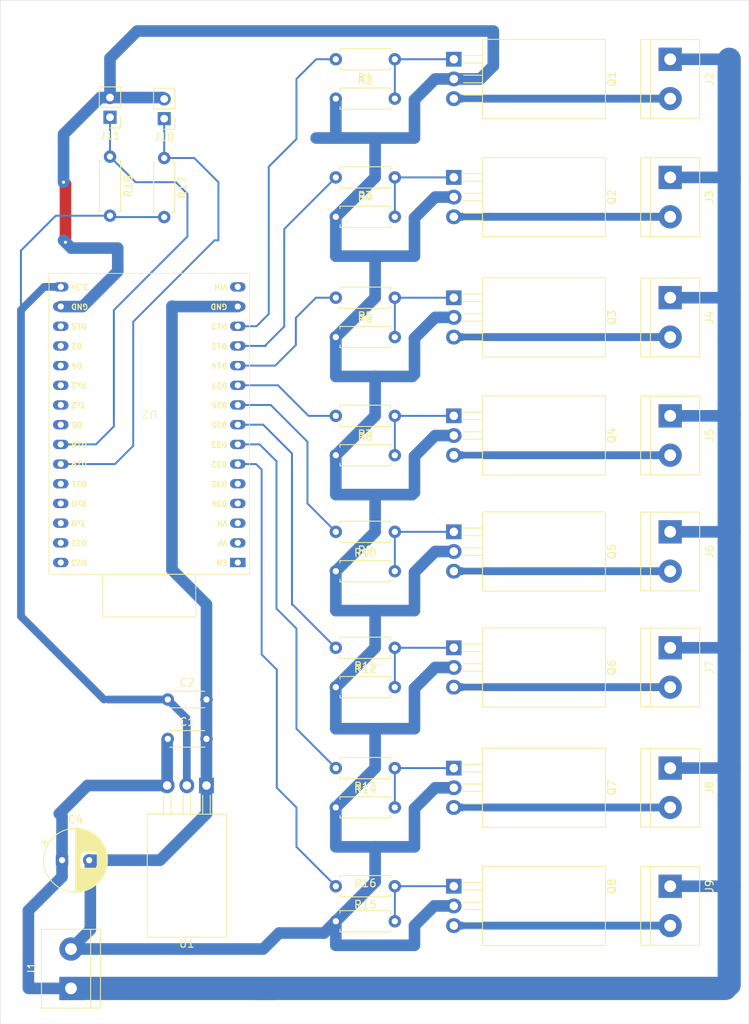
<source format=kicad_pcb>
(kicad_pcb (version 20241229) (generator "pcbnew") (generator_version "9.0")
  (layers (0 "F.Cu" signal) (2 "B.Cu" signal) (13 "F.Paste" user) (15 "B.Paste" user) (5 "F.SilkS" user "F.Silkscreen") (7 "B.SilkS" user "B.Silkscreen") (1 "F.Mask" user) (3 "B.Mask" user) (25 "Edge.Cuts" user))
  (net 0 "")
  (net 1 "GND")
  (net 2 "VIN")
  (net 3 "+3.3V")
  (net 4 "Net-(J2-Pin_2)")
  (net 5 "Net-(J3-Pin_2)")
  (net 6 "Net-(J4-Pin_2)")
  (net 7 "Net-(J5-Pin_2)")
  (net 8 "Net-(J6-Pin_2)")
  (net 9 "Net-(J7-Pin_2)")
  (net 10 "Net-(J8-Pin_2)")
  (net 11 "Net-(J9-Pin_2)")
  (net 12 "Net-(Q1-G)")
  (net 13 "Net-(Q2-G)")
  (net 14 "Net-(Q3-G)")
  (net 15 "Net-(Q4-G)")
  (net 16 "Net-(Q5-G)")
  (net 17 "Net-(Q6-G)")
  (net 18 "Net-(Q7-G)")
  (net 19 "Net-(Q8-G)")
  (net 20 "CH1")
  (net 21 "CH2")
  (net 22 "CH3")
  (net 23 "CH4")
  (net 24 "CH5")
  (net 25 "CH6")
  (net 26 "CH7")
  (net 27 "CH8")
  (net 45 "Net-(J10-Pin_1)")
  (net 46 "Net-(J11-Pin_1)")
  (footprint "Resistor_THT:R_Axial_DIN0207_L6.3mm_D2.5mm_P7.62mm_Horizontal" (layer "F.Cu") (at 44.5 53.2 -90)
    (property "Reference" "R18" (at 3.81 -2.37 90) (layer "F.SilkS"))
    (property "Value" "10K")
    (pad "1" thru_hole circle (at 0 0 270) (size 1.6 1.6) (drill 0.8) (layers "*.Cu" "*.Mask") (net 46 "Net-(J11-Pin_1)"))
    (pad "2" thru_hole circle (at 7.62 0 270) (size 1.6 1.6) (drill 0.8) (layers "*.Cu" "*.Mask") (net 3 "+3.3V"))
  )
  (footprint "Capacitor_THT:CP_Radial_D8.0mm_P3.50mm" (layer "F.Cu") (at 38.307349 143.96)
    (property "Reference" "C4" (at 1.75 -5.25 0) (layer "F.SilkS"))
    (property "Value" "100uF")
    (pad "1" thru_hole roundrect (at 0 0) (size 1.6 1.6) (drill 0.8) (layers "*.Cu" "*.Mask") (roundrect_rratio 0.15625) (net 2 "VIN"))
    (pad "2" thru_hole circle (at 3.5 0) (size 1.6 1.6) (drill 0.8) (layers "*.Cu" "*.Mask") (net 1 "GND"))
  )
  (footprint "Capacitor_THT:C_Disc_D4.3mm_W1.9mm_P5.00mm" (layer "F.Cu") (at 51.96 128.312651)
    (property "Reference" "C1" (at 2.5 -2.2 0) (layer "F.SilkS"))
    (property "Value" "10uF")
    (pad "1" thru_hole circle (at 0 0) (size 1.6 1.6) (drill 0.8) (layers "*.Cu" "*.Mask") (net 2 "VIN"))
    (pad "2" thru_hole circle (at 5 0) (size 1.6 1.6) (drill 0.8) (layers "*.Cu" "*.Mask") (net 1 "GND"))
  )
  (footprint "SF_Library:ESP32-DevKitC-1" (layer "F.Cu") (at 49.64 85.96 180)
    (property "Reference" "U2" (at 0 -0.5 180) (layer "F.SilkS") (effects (font (thickness 0.1))))
    (property "Value" "ESP32-DevkitC-1")
    (fp_text user "3.3v" (at 10.23 15.96 180) (layer "F.SilkS") (effects (font (size 0.7 0.7)) (justify right)))
    (fp_text user "VIN" (at -10.09 15.96 180) (layer "F.SilkS") (effects (font (size 0.7 0.7)) (justify left)))
    (fp_text user "D34" (at -10.09 -11.98 180) (layer "F.SilkS") (effects (font (size 0.7 0.7)) (justify left)))
    (fp_text user "D25" (at -10.09 -1.82 180) (layer "F.SilkS") (effects (font (size 0.7 0.7)) (justify left)))
    (fp_text user "D14" (at -10.09 5.8 180) (layer "F.SilkS") (effects (font (size 0.7 0.7)) (justify left)))
    (fp_text user "EN" (at -10.09 -19.6 180) (layer "F.SilkS") (effects (font (size 0.7 0.7)) (justify left)))
    (fp_text user "D26" (at -10.09 0.72 180) (layer "F.SilkS") (effects (font (size 0.7 0.7)) (justify left)))
    (fp_text user "D12" (at -10.09 8.34 180) (layer "F.SilkS") (effects (font (size 0.7 0.7)) (justify left)))
    (fp_text user "Rx0" (at 10.23 -11.98 180) (layer "F.SilkS") (effects (font (size 0.7 0.7)) (justify right)))
    (fp_text user "D21" (at 10.23 -9.44 180) (layer "F.SilkS") (effects (font (size 0.7 0.7)) (justify right)))
    (fp_text user "D32" (at -10.09 -6.9 180) (layer "F.SilkS") (effects (font (size 0.7 0.7)) (justify left)))
    (fp_text user "D5" (at 10.23 -1.82 180) (layer "F.SilkS") (effects (font (size 0.7 0.7)) (justify right)))
    (fp_text user "D35" (at -10.09 -9.44 180) (layer "F.SilkS") (effects (font (size 0.7 0.7)) (justify left)))
    (fp_text user "GND" (at 10.23 13.42 180) (layer "F.SilkS") (effects (font (size 0.7 0.7)) (justify right)))
    (fp_text user "Tx2" (at 10.23 0.72 180) (layer "F.SilkS") (effects (font (size 0.7 0.7)) (justify right)))
    (fp_text user "D27" (at -10.09 3.26 180) (layer "F.SilkS") (effects (font (size 0.7 0.7)) (justify left)))
    (fp_text user "D23" (at 10.23 -19.6 180) (layer "F.SilkS") (effects (font (size 0.7 0.7)) (justify right)))
    (fp_text user "D2" (at 10.23 8.34 180) (layer "F.SilkS") (effects (font (size 0.7 0.7)) (justify right)))
    (fp_text user "D4" (at 10.23 5.8 180) (layer "F.SilkS") (effects (font (size 0.7 0.7)) (justify right)))
    (fp_text user "VN" (at -10.09 -14.52 180) (layer "F.SilkS") (effects (font (size 0.7 0.7)) (justify left)))
    (fp_text user "GND" (at -10.09 13.42 180) (layer "F.SilkS") (effects (font (size 0.7 0.7)) (justify left)))
    (fp_text user "Rx2" (at 10.23 3.26 180) (layer "F.SilkS") (effects (font (size 0.7 0.7)) (justify right)))
    (fp_text user "D15" (at 10.23 10.88 180) (layer "F.SilkS") (effects (font (size 0.7 0.7)) (justify right)))
    (fp_text user "D33" (at -10.09 -4.36 180) (layer "F.SilkS") (effects (font (size 0.7 0.7)) (justify left)))
    (fp_text user "Tx0" (at 10.23 -14.52 180) (layer "F.SilkS") (effects (font (size 0.7 0.7)) (justify right)))
    (fp_text user "D13" (at -10.09 10.88 180) (layer "F.SilkS") (effects (font (size 0.7 0.7)) (justify left)))
    (fp_text user "D18" (at 10.23 -4.36 180) (layer "F.SilkS") (effects (font (size 0.7 0.7)) (justify right)))
    (fp_text user "D19" (at 10.23 -6.9 180) (layer "F.SilkS") (effects (font (size 0.7 0.7)) (justify right)))
    (fp_text user "D22" (at 10.23 -17.06 180) (layer "F.SilkS") (effects (font (size 0.7 0.7)) (justify right)))
    (fp_text user "VP" (at -10.09 -17.06 180) (layer "F.SilkS") (effects (font (size 0.7 0.7)) (justify left)))
    (pad "1" thru_hole rect (at -11.36 -19.6 90) (size 1.2 2) (drill 0.8) (layers "*.Cu" "*.Mask"))
    (pad "2" thru_hole oval (at -11.36 -17.06 90) (size 1.2 2) (drill 0.8) (layers "*.Cu" "*.Mask"))
    (pad "3" thru_hole oval (at -11.36 -14.52 90) (size 1.2 2) (drill 0.8) (layers "*.Cu" "*.Mask"))
    (pad "4" thru_hole oval (at -11.36 -11.98 90) (size 1.2 2) (drill 0.8) (layers "*.Cu" "*.Mask"))
    (pad "5" thru_hole oval (at -11.36 -9.44 90) (size 1.2 2) (drill 0.8) (layers "*.Cu" "*.Mask"))
    (pad "6" thru_hole oval (at -11.36 -6.9 90) (size 1.2 2) (drill 0.8) (layers "*.Cu" "*.Mask") (net 27 "CH8"))
    (pad "7" thru_hole oval (at -11.36 -4.36 90) (size 1.2 2) (drill 0.8) (layers "*.Cu" "*.Mask") (net 26 "CH7"))
    (pad "8" thru_hole oval (at -11.36 -1.82 90) (size 1.2 2) (drill 0.8) (layers "*.Cu" "*.Mask") (net 25 "CH6"))
    (pad "9" thru_hole oval (at -11.36 0.72 90) (size 1.2 2) (drill 0.8) (layers "*.Cu" "*.Mask") (net 24 "CH5"))
    (pad "10" thru_hole oval (at -11.36 3.26 90) (size 1.2 2) (drill 0.8) (layers "*.Cu" "*.Mask") (net 23 "CH4"))
    (pad "11" thru_hole oval (at -11.36 5.8 90) (size 1.2 2) (drill 0.8) (layers "*.Cu" "*.Mask") (net 22 "CH3"))
    (pad "12" thru_hole oval (at -11.36 8.34 90) (size 1.2 2) (drill 0.8) (layers "*.Cu" "*.Mask") (net 21 "CH2"))
    (pad "13" thru_hole oval (at -11.36 10.88 90) (size 1.2 2) (drill 0.8) (layers "*.Cu" "*.Mask") (net 20 "CH1"))
    (pad "14" thru_hole oval (at -11.36 13.42 90) (size 1.2 2) (drill 0.8) (layers "*.Cu" "*.Mask") (net 1 "GND"))
    (pad "15" thru_hole oval (at -11.36 15.96 90) (size 1.2 2) (drill 0.8) (layers "*.Cu" "*.Mask"))
    (pad "16" thru_hole oval (at 11.49632 15.95728 90) (size 1.2 2) (drill 0.8) (layers "*.Cu" "*.Mask") (net 3 "+3.3V"))
    (pad "17" thru_hole oval (at 11.49632 13.41728 90) (size 1.2 2) (drill 0.8) (layers "*.Cu" "*.Mask") (net 1 "GND"))
    (pad "18" thru_hole oval (at 11.5 10.88 90) (size 1.2 2) (drill 0.8) (layers "*.Cu" "*.Mask"))
    (pad "19" thru_hole oval (at 11.5 8.34 90) (size 1.2 2) (drill 0.8) (layers "*.Cu" "*.Mask"))
    (pad "20" thru_hole oval (at 11.5 5.8 90) (size 1.2 2) (drill 0.8) (layers "*.Cu" "*.Mask"))
    (pad "21" thru_hole oval (at 11.5 3.26 90) (size 1.2 2) (drill 0.8) (layers "*.Cu" "*.Mask"))
    (pad "22" thru_hole oval (at 11.5 0.72 90) (size 1.2 2) (drill 0.8) (layers "*.Cu" "*.Mask"))
    (pad "23" thru_hole oval (at 11.5 -1.82 90) (size 1.2 2) (drill 0.8) (layers "*.Cu" "*.Mask"))
    (pad "24" thru_hole oval (at 11.5 -4.36 90) (size 1.2 2) (drill 0.8) (layers "*.Cu" "*.Mask") (net 46 "Net-(J11-Pin_1)"))
    (pad "25" thru_hole oval (at 11.5 -6.9 90) (size 1.2 2) (drill 0.8) (layers "*.Cu" "*.Mask") (net 45 "Net-(J10-Pin_1)"))
    (pad "26" thru_hole oval (at 11.5 -9.44 90) (size 1.2 2) (drill 0.8) (layers "*.Cu" "*.Mask"))
    (pad "27" thru_hole oval (at 11.5 -11.98 90) (size 1.2 2) (drill 0.8) (layers "*.Cu" "*.Mask"))
    (pad "28" thru_hole oval (at 11.5 -14.52 90) (size 1.2 2) (drill 0.8) (layers "*.Cu" "*.Mask"))
    (pad "29" thru_hole oval (at 11.5 -17.06 90) (size 1.2 2) (drill 0.8) (layers "*.Cu" "*.Mask"))
    (pad "30" thru_hole oval (at 11.5 -19.6 90) (size 1.2 2) (drill 0.8) (layers "*.Cu" "*.Mask"))
  )
  (footprint "Package_TO_SOT_THT:TO-220-3_Horizontal_TabDown" (layer "F.Cu") (at 88.9 71.4 -90)
    (property "Reference" "Q3" (at 2.54 -20.41 270) (layer "F.SilkS"))
    (property "Value" "IRLZ44N")
    (pad "" np_thru_hole circle (at 2.54 -16.66 270) (size 3.5 3.5) (drill 3.5) (layers "*.Cu" "*.Mask"))
    (pad "1" thru_hole rect (at 0 0 270) (size 1.905 2) (drill 1.1) (layers "*.Cu" "*.Mask") (net 14 "Net-(Q3-G)"))
    (pad "2" thru_hole oval (at 2.54 0 270) (size 1.905 2) (drill 1.1) (layers "*.Cu" "*.Mask") (net 1 "GND"))
    (pad "3" thru_hole oval (at 5.08 0 270) (size 1.905 2) (drill 1.1) (layers "*.Cu" "*.Mask") (net 6 "Net-(J4-Pin_2)"))
  )
  (footprint "Connector_PinHeader_2.54mm:PinHeader_1x02_P2.54mm_Vertical" (layer "F.Cu") (at 51.5 48.3 180)
    (property "Reference" "J10" (at 0 -2.38 0) (layer "F.SilkS"))
    (property "Value" "BTN1")
    (pad "1" thru_hole rect (at 0 0 180) (size 1.7 1.7) (drill 1) (layers "*.Cu" "*.Mask") (net 45 "Net-(J10-Pin_1)"))
    (pad "2" thru_hole circle (at 0 2.54 180) (size 1.7 1.7) (drill 1) (layers "*.Cu" "*.Mask") (net 1 "GND"))
  )
  (footprint "TerminalBlock:TerminalBlock_bornier-2_P5.08mm" (layer "F.Cu") (at 116.84 147.32 -90)
    (property "Reference" "J9" (at 0 -5.08 90) (layer "F.SilkS"))
    (property "Value" "CH8")
    (pad "1" thru_hole rect (at 0 0 270) (size 3 3) (drill 1.52) (layers "*.Cu" "*.Mask") (net 2 "VIN"))
    (pad "2" thru_hole circle (at 5.08 0 270) (size 3 3) (drill 1.52) (layers "*.Cu" "*.Mask") (net 11 "Net-(J9-Pin_2)"))
  )
  (footprint "Resistor_THT:R_Axial_DIN0207_L6.3mm_D2.5mm_P7.62mm_Horizontal" (layer "F.Cu") (at 81.28 101.6 180)
    (property "Reference" "R9" (at 3.81 -2.37 0) (layer "F.SilkS"))
    (property "Value" "100R")
    (pad "1" thru_hole circle (at 0 0 180) (size 1.6 1.6) (drill 0.8) (layers "*.Cu" "*.Mask") (net 16 "Net-(Q5-G)"))
    (pad "2" thru_hole circle (at 7.62 0 180) (size 1.6 1.6) (drill 0.8) (layers "*.Cu" "*.Mask") (net 24 "CH5"))
  )
  (footprint "Package_TO_SOT_THT:TO-220-3_Horizontal_TabDown" (layer "F.Cu") (at 88.9 132.08 -90)
    (property "Reference" "Q7" (at 2.54 -20.41 270) (layer "F.SilkS"))
    (property "Value" "IRLZ44N")
    (pad "" np_thru_hole circle (at 2.54 -16.66 270) (size 3.5 3.5) (drill 3.5) (layers "*.Cu" "*.Mask"))
    (pad "1" thru_hole rect (at 0 0 270) (size 1.905 2) (drill 1.1) (layers "*.Cu" "*.Mask") (net 18 "Net-(Q7-G)"))
    (pad "2" thru_hole oval (at 2.54 0 270) (size 1.905 2) (drill 1.1) (layers "*.Cu" "*.Mask") (net 1 "GND"))
    (pad "3" thru_hole oval (at 5.08 0 270) (size 1.905 2) (drill 1.1) (layers "*.Cu" "*.Mask") (net 10 "Net-(J8-Pin_2)"))
  )
  (footprint "Resistor_THT:R_Axial_DIN0207_L6.3mm_D2.5mm_P7.62mm_Horizontal" (layer "F.Cu") (at 81.28 86.64 180)
    (property "Reference" "R7" (at 3.81 -2.37 0) (layer "F.SilkS"))
    (property "Value" "100R")
    (pad "1" thru_hole circle (at 0 0 180) (size 1.6 1.6) (drill 0.8) (layers "*.Cu" "*.Mask") (net 15 "Net-(Q4-G)"))
    (pad "2" thru_hole circle (at 7.62 0 180) (size 1.6 1.6) (drill 0.8) (layers "*.Cu" "*.Mask") (net 23 "CH4"))
  )
  (footprint "Resistor_THT:R_Axial_DIN0207_L6.3mm_D2.5mm_P7.62mm_Horizontal" (layer "F.Cu") (at 81.28 40.64 180)
    (property "Reference" "R1" (at 3.81 -2.37 0) (layer "F.SilkS"))
    (property "Value" "100R")
    (pad "1" thru_hole circle (at 0 0 180) (size 1.6 1.6) (drill 0.8) (layers "*.Cu" "*.Mask") (net 12 "Net-(Q1-G)"))
    (pad "2" thru_hole circle (at 7.62 0 180) (size 1.6 1.6) (drill 0.8) (layers "*.Cu" "*.Mask") (net 20 "CH1"))
  )
  (footprint "Resistor_THT:R_Axial_DIN0207_L6.3mm_D2.5mm_P7.62mm_Horizontal" (layer "F.Cu") (at 81.28 55.88 180)
    (property "Reference" "R3" (at 3.81 -2.37 0) (layer "F.SilkS"))
    (property "Value" "100R")
    (pad "1" thru_hole circle (at 0 0 180) (size 1.6 1.6) (drill 0.8) (layers "*.Cu" "*.Mask") (net 13 "Net-(Q2-G)"))
    (pad "2" thru_hole circle (at 7.62 0 180) (size 1.6 1.6) (drill 0.8) (layers "*.Cu" "*.Mask") (net 21 "CH2"))
  )
  (footprint "Resistor_THT:R_Axial_DIN0207_L6.3mm_D2.5mm_P7.62mm_Horizontal" (layer "F.Cu") (at 73.66 151.84)
    (property "Reference" "R16" (at 3.81 -4.91 0) (layer "F.SilkS"))
    (property "Value" "10K")
    (pad "1" thru_hole circle (at 0 0) (size 1.6 1.6) (drill 0.8) (layers "*.Cu" "*.Mask") (net 1 "GND"))
    (pad "2" thru_hole circle (at 7.62 0) (size 1.6 1.6) (drill 0.8) (layers "*.Cu" "*.Mask") (net 19 "Net-(Q8-G)"))
  )
  (footprint "Resistor_THT:R_Axial_DIN0207_L6.3mm_D2.5mm_P7.62mm_Horizontal" (layer "F.Cu") (at 51.5 53.38 -90)
    (property "Reference" "R17" (at 3.81 -2.37 90) (layer "F.SilkS"))
    (property "Value" "10K")
    (pad "1" thru_hole circle (at 0 0 270) (size 1.6 1.6) (drill 0.8) (layers "*.Cu" "*.Mask") (net 45 "Net-(J10-Pin_1)"))
    (pad "2" thru_hole circle (at 7.62 0 270) (size 1.6 1.6) (drill 0.8) (layers "*.Cu" "*.Mask") (net 3 "+3.3V"))
  )
  (footprint "Package_TO_SOT_THT:TO-220-3_Horizontal_TabDown" (layer "F.Cu") (at 88.9 55.88 -90)
    (property "Reference" "Q2" (at 2.54 -20.41 270) (layer "F.SilkS"))
    (property "Value" "IRLZ44N")
    (pad "" np_thru_hole circle (at 2.54 -16.66 270) (size 3.5 3.5) (drill 3.5) (layers "*.Cu" "*.Mask"))
    (pad "1" thru_hole rect (at 0 0 270) (size 1.905 2) (drill 1.1) (layers "*.Cu" "*.Mask") (net 13 "Net-(Q2-G)"))
    (pad "2" thru_hole oval (at 2.54 0 270) (size 1.905 2) (drill 1.1) (layers "*.Cu" "*.Mask") (net 1 "GND"))
    (pad "3" thru_hole oval (at 5.08 0 270) (size 1.905 2) (drill 1.1) (layers "*.Cu" "*.Mask") (net 5 "Net-(J3-Pin_2)"))
  )
  (footprint "Package_TO_SOT_THT:TO-220-3_Horizontal_TabDown" (layer "F.Cu") (at 56.96 134.322651 180)
    (property "Reference" "U1" (at 2.54 -20.41 0) (layer "F.SilkS"))
    (property "Value" "LM1117T-3.3")
    (pad "" np_thru_hole circle (at 2.54 -16.66 180) (size 3.5 3.5) (drill 3.5) (layers "*.Cu" "*.Mask"))
    (pad "1" thru_hole rect (at 0 0 180) (size 1.905 2) (drill 1.1) (layers "*.Cu" "*.Mask") (net 1 "GND"))
    (pad "2" thru_hole oval (at 2.54 0 180) (size 1.905 2) (drill 1.1) (layers "*.Cu" "*.Mask") (net 3 "+3.3V"))
    (pad "3" thru_hole oval (at 5.08 0 180) (size 1.905 2) (drill 1.1) (layers "*.Cu" "*.Mask") (net 2 "VIN"))
  )
  (footprint "TerminalBlock:TerminalBlock_bornier-2_P5.08mm" (layer "F.Cu") (at 116.84 86.64 -90)
    (property "Reference" "J5" (at 2.54 -5.08 90) (layer "F.SilkS"))
    (property "Value" "CH4")
    (pad "1" thru_hole rect (at 0 0 270) (size 3 3) (drill 1.52) (layers "*.Cu" "*.Mask") (net 2 "VIN"))
    (pad "2" thru_hole circle (at 5.08 0 270) (size 3 3) (drill 1.52) (layers "*.Cu" "*.Mask") (net 7 "Net-(J5-Pin_2)"))
  )
  (footprint "Resistor_THT:R_Axial_DIN0207_L6.3mm_D2.5mm_P7.62mm_Horizontal" (layer "F.Cu") (at 73.66 45.72)
    (property "Reference" "R2" (at 3.81 -2.37 0) (layer "F.SilkS"))
    (property "Value" "10K")
    (pad "1" thru_hole circle (at 0 0) (size 1.6 1.6) (drill 0.8) (layers "*.Cu" "*.Mask") (net 1 "GND"))
    (pad "2" thru_hole circle (at 7.62 0) (size 1.6 1.6) (drill 0.8) (layers "*.Cu" "*.Mask") (net 12 "Net-(Q1-G)"))
  )
  (footprint "TerminalBlock:TerminalBlock_bornier-2_P5.08mm" (layer "F.Cu") (at 116.84 101.6 -90)
    (property "Reference" "J6" (at 2.54 -5.08 90) (layer "F.SilkS"))
    (property "Value" "CH5")
    (pad "1" thru_hole rect (at 0 0 270) (size 3 3) (drill 1.52) (layers "*.Cu" "*.Mask") (net 2 "VIN"))
    (pad "2" thru_hole circle (at 5.08 0 270) (size 3 3) (drill 1.52) (layers "*.Cu" "*.Mask") (net 8 "Net-(J6-Pin_2)"))
  )
  (footprint "Resistor_THT:R_Axial_DIN0207_L6.3mm_D2.5mm_P7.62mm_Horizontal" (layer "F.Cu") (at 73.66 60.96)
    (property "Reference" "R4" (at 3.81 -2.54 0) (layer "F.SilkS"))
    (property "Value" "10K")
    (pad "1" thru_hole circle (at 0 0) (size 1.6 1.6) (drill 0.8) (layers "*.Cu" "*.Mask") (net 1 "GND"))
    (pad "2" thru_hole circle (at 7.62 0) (size 1.6 1.6) (drill 0.8) (layers "*.Cu" "*.Mask") (net 13 "Net-(Q2-G)"))
  )
  (footprint "TerminalBlock:TerminalBlock_bornier-2_P5.08mm" (layer "F.Cu") (at 116.84 71.4 -90)
    (property "Reference" "J4" (at 2.54 -5.08 90) (layer "F.SilkS"))
    (property "Value" "CH3")
    (pad "1" thru_hole rect (at 0 0 270) (size 3 3) (drill 1.52) (layers "*.Cu" "*.Mask") (net 2 "VIN"))
    (pad "2" thru_hole circle (at 5.08 0 270) (size 3 3) (drill 1.52) (layers "*.Cu" "*.Mask") (net 6 "Net-(J4-Pin_2)"))
  )
  (footprint "Resistor_THT:R_Axial_DIN0207_L6.3mm_D2.5mm_P7.62mm_Horizontal" (layer "F.Cu") (at 73.66 137.16)
    (property "Reference" "R14" (at 3.81 -2.37 0) (layer "F.SilkS"))
    (property "Value" "10K")
    (pad "1" thru_hole circle (at 0 0) (size 1.6 1.6) (drill 0.8) (layers "*.Cu" "*.Mask") (net 1 "GND"))
    (pad "2" thru_hole circle (at 7.62 0) (size 1.6 1.6) (drill 0.8) (layers "*.Cu" "*.Mask") (net 18 "Net-(Q7-G)"))
  )
  (footprint "Resistor_THT:R_Axial_DIN0207_L6.3mm_D2.5mm_P7.62mm_Horizontal" (layer "F.Cu") (at 81.28 71.4 180)
    (property "Reference" "R5" (at 3.81 -2.37 0) (layer "F.SilkS"))
    (property "Value" "100R")
    (pad "1" thru_hole circle (at 0 0 180) (size 1.6 1.6) (drill 0.8) (layers "*.Cu" "*.Mask") (net 14 "Net-(Q3-G)"))
    (pad "2" thru_hole circle (at 7.62 0 180) (size 1.6 1.6) (drill 0.8) (layers "*.Cu" "*.Mask") (net 22 "CH3"))
  )
  (footprint "Resistor_THT:R_Axial_DIN0207_L6.3mm_D2.5mm_P7.62mm_Horizontal" (layer "F.Cu") (at 73.66 106.68)
    (property "Reference" "R10" (at 3.81 -2.37 0) (layer "F.SilkS"))
    (property "Value" "10K")
    (pad "1" thru_hole circle (at 0 0) (size 1.6 1.6) (drill 0.8) (layers "*.Cu" "*.Mask") (net 1 "GND"))
    (pad "2" thru_hole circle (at 7.62 0) (size 1.6 1.6) (drill 0.8) (layers "*.Cu" "*.Mask") (net 16 "Net-(Q5-G)"))
  )
  (footprint "Resistor_THT:R_Axial_DIN0207_L6.3mm_D2.5mm_P7.62mm_Horizontal" (layer "F.Cu") (at 81.28 147.32 180)
    (property "Reference" "R15" (at 3.81 -2.37 0) (layer "F.SilkS"))
    (property "Value" "100R")
    (pad "1" thru_hole circle (at 0 0 180) (size 1.6 1.6) (drill 0.8) (layers "*.Cu" "*.Mask") (net 19 "Net-(Q8-G)"))
    (pad "2" thru_hole circle (at 7.62 0 180) (size 1.6 1.6) (drill 0.8) (layers "*.Cu" "*.Mask") (net 27 "CH8"))
  )
  (footprint "Package_TO_SOT_THT:TO-220-3_Horizontal_TabDown" (layer "F.Cu") (at 88.9 147.32 -90)
    (property "Reference" "Q8" (at 0 -20.41 270) (layer "F.SilkS"))
    (property "Value" "IRLZ44N")
    (pad "" np_thru_hole circle (at 2.54 -16.66 270) (size 3.5 3.5) (drill 3.5) (layers "*.Cu" "*.Mask"))
    (pad "1" thru_hole rect (at 0 0 270) (size 1.905 2) (drill 1.1) (layers "*.Cu" "*.Mask") (net 19 "Net-(Q8-G)"))
    (pad "2" thru_hole oval (at 2.54 0 270) (size 1.905 2) (drill 1.1) (layers "*.Cu" "*.Mask") (net 1 "GND"))
    (pad "3" thru_hole oval (at 5.08 0 270) (size 1.905 2) (drill 1.1) (layers "*.Cu" "*.Mask") (net 11 "Net-(J9-Pin_2)"))
  )
  (footprint "TerminalBlock:TerminalBlock_bornier-2_P5.08mm" (layer "F.Cu") (at 116.84 132.08 -90)
    (property "Reference" "J8" (at 2.54 -5.08 90) (layer "F.SilkS"))
    (property "Value" "CH7")
    (pad "1" thru_hole rect (at 0 0 270) (size 3 3) (drill 1.52) (layers "*.Cu" "*.Mask") (net 2 "VIN"))
    (pad "2" thru_hole circle (at 5.08 0 270) (size 3 3) (drill 1.52) (layers "*.Cu" "*.Mask") (net 10 "Net-(J8-Pin_2)"))
  )
  (footprint "Package_TO_SOT_THT:TO-220-3_Horizontal_TabDown" (layer "F.Cu") (at 88.9 101.6 -90)
    (property "Reference" "Q5" (at 2.54 -20.41 270) (layer "F.SilkS"))
    (property "Value" "IRLZ44N")
    (pad "" np_thru_hole circle (at 2.54 -16.66 270) (size 3.5 3.5) (drill 3.5) (layers "*.Cu" "*.Mask"))
    (pad "1" thru_hole rect (at 0 0 270) (size 1.905 2) (drill 1.1) (layers "*.Cu" "*.Mask") (net 16 "Net-(Q5-G)"))
    (pad "2" thru_hole oval (at 2.54 0 270) (size 1.905 2) (drill 1.1) (layers "*.Cu" "*.Mask") (net 1 "GND"))
    (pad "3" thru_hole oval (at 5.08 0 270) (size 1.905 2) (drill 1.1) (layers "*.Cu" "*.Mask") (net 8 "Net-(J6-Pin_2)"))
  )
  (footprint "Connector_PinHeader_2.54mm:PinHeader_1x02_P2.54mm_Vertical" (layer "F.Cu") (at 44.5 48.12 180)
    (property "Reference" "J11" (at 0 -2.38 0) (layer "F.SilkS"))
    (property "Value" "BTN2")
    (pad "1" thru_hole rect (at 0 0 180) (size 1.7 1.7) (drill 1) (layers "*.Cu" "*.Mask") (net 46 "Net-(J11-Pin_1)"))
    (pad "2" thru_hole circle (at 0 2.54 180) (size 1.7 1.7) (drill 1) (layers "*.Cu" "*.Mask") (net 1 "GND"))
  )
  (footprint "Package_TO_SOT_THT:TO-220-3_Horizontal_TabDown" (layer "F.Cu") (at 88.9 40.64 -90)
    (property "Reference" "Q1" (at 2.54 -20.41 90) (layer "F.SilkS"))
    (property "Value" "IRLZ44N")
    (pad "" np_thru_hole circle (at 2.54 -16.66 270) (size 3.5 3.5) (drill 3.5) (layers "*.Cu" "*.Mask"))
    (pad "1" thru_hole rect (at 0 0 270) (size 1.905 2) (drill 1.1) (layers "*.Cu" "*.Mask") (net 12 "Net-(Q1-G)"))
    (pad "2" thru_hole oval (at 2.54 0 270) (size 1.905 2) (drill 1.1) (layers "*.Cu" "*.Mask") (net 1 "GND"))
    (pad "3" thru_hole oval (at 5.08 0 270) (size 1.905 2) (drill 1.1) (layers "*.Cu" "*.Mask") (net 4 "Net-(J2-Pin_2)"))
  )
  (footprint "Resistor_THT:R_Axial_DIN0207_L6.3mm_D2.5mm_P7.62mm_Horizontal" (layer "F.Cu") (at 73.66 91.72)
    (property "Reference" "R8" (at 3.81 -2.37 0) (layer "F.SilkS"))
    (property "Value" "10K")
    (pad "1" thru_hole circle (at 0 0) (size 1.6 1.6) (drill 0.8) (layers "*.Cu" "*.Mask") (net 1 "GND"))
    (pad "2" thru_hole circle (at 7.62 0) (size 1.6 1.6) (drill 0.8) (layers "*.Cu" "*.Mask") (net 15 "Net-(Q4-G)"))
  )
  (footprint "TerminalBlock:TerminalBlock_bornier-2_P5.08mm" (layer "F.Cu") (at 116.84 116.56 -90)
    (property "Reference" "J7" (at 2.54 -5.08 90) (layer "F.SilkS"))
    (property "Value" "CH6")
    (pad "1" thru_hole rect (at 0 0 270) (size 3 3) (drill 1.52) (layers "*.Cu" "*.Mask") (net 2 "VIN"))
    (pad "2" thru_hole circle (at 5.08 0 270) (size 3 3) (drill 1.52) (layers "*.Cu" "*.Mask") (net 9 "Net-(J7-Pin_2)"))
  )
  (footprint "TerminalBlock:TerminalBlock_bornier-2_P5.08mm" (layer "F.Cu") (at 39.46 160.5 90)
    (property "Reference" "J1" (at 2.54 -5.08 90) (layer "F.SilkS"))
    (property "Value" "PWR_IN")
    (pad "1" thru_hole rect (at 0 0 90) (size 3 3) (drill 1.52) (layers "*.Cu" "*.Mask") (net 2 "VIN"))
    (pad "2" thru_hole circle (at 5.08 0 90) (size 3 3) (drill 1.52) (layers "*.Cu" "*.Mask") (net 1 "GND"))
  )
  (footprint "Resistor_THT:R_Axial_DIN0207_L6.3mm_D2.5mm_P7.62mm_Horizontal" (layer "F.Cu") (at 73.66 121.64)
    (property "Reference" "R12" (at 3.81 -2.37 0) (layer "F.SilkS"))
    (property "Value" "10K")
    (pad "1" thru_hole circle (at 0 0) (size 1.6 1.6) (drill 0.8) (layers "*.Cu" "*.Mask") (net 1 "GND"))
    (pad "2" thru_hole circle (at 7.62 0) (size 1.6 1.6) (drill 0.8) (layers "*.Cu" "*.Mask") (net 17 "Net-(Q6-G)"))
  )
  (footprint "TerminalBlock:TerminalBlock_bornier-2_P5.08mm" (layer "F.Cu") (at 116.84 55.88 -90)
    (property "Reference" "J3" (at 2.54 -5.08 90) (layer "F.SilkS"))
    (property "Value" "CH2")
    (pad "1" thru_hole rect (at 0 0 270) (size 3 3) (drill 1.52) (layers "*.Cu" "*.Mask") (net 2 "VIN"))
    (pad "2" thru_hole circle (at 5.08 0 270) (size 3 3) (drill 1.52) (layers "*.Cu" "*.Mask") (net 5 "Net-(J3-Pin_2)"))
  )
  (footprint "Resistor_THT:R_Axial_DIN0207_L6.3mm_D2.5mm_P7.62mm_Horizontal" (layer "F.Cu") (at 81.28 132.08 180)
    (property "Reference" "R13" (at 3.81 -2.37 180) (layer "F.SilkS"))
    (property "Value" "100R")
    (pad "1" thru_hole circle (at 0 0 180) (size 1.6 1.6) (drill 0.8) (layers "*.Cu" "*.Mask") (net 18 "Net-(Q7-G)"))
    (pad "2" thru_hole circle (at 7.62 0 180) (size 1.6 1.6) (drill 0.8) (layers "*.Cu" "*.Mask") (net 26 "CH7"))
  )
  (footprint "Resistor_THT:R_Axial_DIN0207_L6.3mm_D2.5mm_P7.62mm_Horizontal" (layer "F.Cu") (at 81.28 116.56 180)
    (property "Reference" "R11" (at 3.81 -2.37 180) (layer "F.SilkS"))
    (property "Value" "100R")
    (pad "1" thru_hole circle (at 0 0 180) (size 1.6 1.6) (drill 0.8) (layers "*.Cu" "*.Mask") (net 17 "Net-(Q6-G)"))
    (pad "2" thru_hole circle (at 7.62 0 180) (size 1.6 1.6) (drill 0.8) (layers "*.Cu" "*.Mask") (net 25 "CH6"))
  )
  (footprint "Package_TO_SOT_THT:TO-220-3_Horizontal_TabDown" (layer "F.Cu") (at 88.9 86.64 -90)
    (property "Reference" "Q4" (at 2.54 -20.41 270) (layer "F.SilkS"))
    (property "Value" "IRLZ44N")
    (pad "" np_thru_hole circle (at 2.54 -16.66 270) (size 3.5 3.5) (drill 3.5) (layers "*.Cu" "*.Mask"))
    (pad "1" thru_hole rect (at 0 0 270) (size 1.905 2) (drill 1.1) (layers "*.Cu" "*.Mask") (net 15 "Net-(Q4-G)"))
    (pad "2" thru_hole oval (at 2.54 0 270) (size 1.905 2) (drill 1.1) (layers "*.Cu" "*.Mask") (net 1 "GND"))
    (pad "3" thru_hole oval (at 5.08 0 270) (size 1.905 2) (drill 1.1) (layers "*.Cu" "*.Mask") (net 7 "Net-(J5-Pin_2)"))
  )
  (footprint "TerminalBlock:TerminalBlock_bornier-2_P5.08mm" (layer "F.Cu") (at 116.84 40.64 -90)
    (property "Reference" "J2" (at 2.54 -5.08 90) (layer "F.SilkS"))
    (property "Value" "CH1")
    (pad "1" thru_hole rect (at 0 0 270) (size 3 3) (drill 1.52) (layers "*.Cu" "*.Mask") (net 2 "VIN"))
    (pad "2" thru_hole circle (at 5.08 0 270) (size 3 3) (drill 1.52) (layers "*.Cu" "*.Mask") (net 4 "Net-(J2-Pin_2)"))
  )
  (footprint "Package_TO_SOT_THT:TO-220-3_Horizontal_TabDown" (layer "F.Cu") (at 88.9 116.56 -90)
    (property "Reference" "Q6" (at 2.54 -20.41 270) (layer "F.SilkS"))
    (property "Value" "IRLZ44N")
    (pad "" np_thru_hole circle (at 2.54 -16.66 270) (size 3.5 3.5) (drill 3.5) (layers "*.Cu" "*.Mask"))
    (pad "1" thru_hole rect (at 0 0 270) (size 1.905 2) (drill 1.1) (layers "*.Cu" "*.Mask") (net 17 "Net-(Q6-G)"))
    (pad "2" thru_hole oval (at 2.54 0 270) (size 1.905 2) (drill 1.1) (layers "*.Cu" "*.Mask") (net 1 "GND"))
    (pad "3" thru_hole oval (at 5.08 0 270) (size 1.905 2) (drill 1.1) (layers "*.Cu" "*.Mask") (net 9 "Net-(J7-Pin_2)"))
  )
  (footprint "Resistor_THT:R_Axial_DIN0207_L6.3mm_D2.5mm_P7.62mm_Horizontal" (layer "F.Cu") (at 73.66 76.48)
    (property "Reference" "R6" (at 3.81 -2.37 0) (layer "F.SilkS"))
    (property "Value" "10K")
    (pad "1" thru_hole circle (at 0 0) (size 1.6 1.6) (drill 0.8) (layers "*.Cu" "*.Mask") (net 1 "GND"))
    (pad "2" thru_hole circle (at 7.62 0) (size 1.6 1.6) (drill 0.8) (layers "*.Cu" "*.Mask") (net 14 "Net-(Q3-G)"))
  )
  (footprint "Capacitor_THT:C_Disc_D4.3mm_W1.9mm_P5.00mm" (layer "F.Cu") (at 51.96 123.232651)
    (property "Reference" "C2" (at 2.5 -2.2 0) (layer "F.SilkS"))
    (property "Value" "100nF")
    (pad "1" thru_hole circle (at 0 0) (size 1.6 1.6) (drill 0.8) (layers "*.Cu" "*.Mask") (net 3 "+3.3V"))
    (pad "2" thru_hole circle (at 5 0) (size 1.6 1.6) (drill 0.8) (layers "*.Cu" "*.Mask") (net 1 "GND"))
  )
  (gr_rect (start 30.32 33.02) (end 127 165.1) (stroke (width 0.05)) (fill no) (layer "Edge.Cuts"))
  (segment (start 38.75 64.25) (end 38.75 56.75) (width 1.5) (layer "F.Cu") (net 1))
  (segment (start 38.75 56.75) (end 38.5 56.5) (width 1.5) (layer "F.Cu") (net 1))
  (via (at 38.75 64.25) (size 0.8) (drill 0.4) (layers "F.Cu" "B.Cu") (net 1))
  (via (at 38.5 56.5) (size 0.8) (drill 0.4) (layers "F.Cu" "B.Cu") (net 1))
  (segment (start 86.495 73.94) (end 88.9 73.94) (width 1.5) (layer "B.Cu") (net 1))
  (segment (start 94 37) (end 48 37) (width 1.5) (layer "B.Cu") (net 1))
  (segment (start 52.54 72.54) (end 61 72.54) (width 1.5) (layer "B.Cu") (net 1))
  (segment (start 83.82 111.76) (end 83.82 106.815) (width 1.5) (layer "B.Cu") (net 1))
  (segment (start 56.96 110.96) (end 52.5 106.5) (width 1.5) (layer "B.Cu") (net 1))
  (segment (start 66.34 153.36) (end 72.14 153.36) (width 1.5) (layer "B.Cu") (net 1))
  (segment (start 86.36 149.86) (end 88.9 149.86) (width 1.5) (layer "B.Cu") (net 1))
  (segment (start 39.46 155.42) (end 41.96 152.92) (width 1.5) (layer "B.Cu") (net 1))
  (segment (start 78.74 81.56) (end 83.54 81.56) (width 1.5) (layer "B.Cu") (net 1))
  (segment (start 86.495 104.14) (end 88.9 104.14) (width 1.5) (layer "B.Cu") (net 1))
  (segment (start 73.66 45.72) (end 73.66 50.8) (width 1.5) (layer "B.Cu") (net 1))
  (segment (start 73.66 121.64) (end 73.66 127) (width 1.5) (layer "B.Cu") (net 1))
  (segment (start 40.95728 72.54272) (end 45 68.5) (width 1.5) (layer "B.Cu") (net 1))
  (segment (start 44.5 45.58) (end 44.5 40.5) (width 1.5) (layer "B.Cu") (net 1))
  (segment (start 38.5 50.318) (end 38.5 51) (width 1.5) (layer "B.Cu") (net 1))
  (segment (start 78.74 96.8) (end 78.74 101.6) (width 1.5) (layer "B.Cu") (net 1))
  (segment (start 83.82 91.855) (end 86.495 89.18) (width 1.5) (layer "B.Cu") (net 1))
  (segment (start 38.75 64.25) (end 38.5 64) (width 1.5) (layer "B.Cu") (net 1))
  (segment (start 73.66 91.72) (end 78.74 86.64) (width 1.5) (layer "B.Cu") (net 1))
  (segment (start 43.238 45.58) (end 38.5 50.318) (width 1.5) (layer "B.Cu") (net 1))
  (segment (start 78.74 142.24) (end 78.74 146.76) (width 1.5) (layer "B.Cu") (net 1))
  (segment (start 73.66 154.94) (end 83.82 154.94) (width 1.5) (layer "B.Cu") (net 1))
  (segment (start 78.74 96.8) (end 83.54 96.8) (width 1.5) (layer "B.Cu") (net 1))
  (segment (start 78.74 111.76) (end 78.74 116.56) (width 1.5) (layer "B.Cu") (net 1))
  (segment (start 73.66 142.24) (end 78.74 142.24) (width 1.5) (layer "B.Cu") (net 1))
  (segment (start 86.495 58.42) (end 88.9 58.42) (width 1.5) (layer "B.Cu") (net 1))
  (segment (start 83.82 81.28) (end 83.82 76.615) (width 1.5) (layer "B.Cu") (net 1))
  (segment (start 94 41.5) (end 94 37) (width 1.5) (layer "B.Cu") (net 1))
  (segment (start 83.82 142.24) (end 83.82 137.295) (width 1.5) (layer "B.Cu") (net 1))
  (segment (start 78.74 116.56) (end 73.66 121.64) (width 1.5) (layer "B.Cu") (net 1))
  (segment (start 78.74 132.08) (end 73.66 137.16) (width 1.5) (layer "B.Cu") (net 1))
  (segment (start 56.96 134.322651) (end 56.96 123.232651) (width 1.5) (layer "B.Cu") (net 1))
  (segment (start 83.82 154.94) (end 83.82 152.4) (width 1.5) (layer "B.Cu") (net 1))
  (segment (start 78.74 101.6) (end 73.66 106.68) (width 1.5) (layer "B.Cu") (net 1))
  (segment (start 78.74 66.04) (end 78.74 71.4) (width 1.5) (layer "B.Cu") (net 1))
  (segment (start 83.82 106.815) (end 86.495 104.14) (width 1.5) (layer "B.Cu") (net 1))
  (segment (start 78.74 127) (end 83.82 127) (width 1.5) (layer "B.Cu") (net 1))
  (segment (start 78.74 55.88) (end 73.66 60.96) (width 1.5) (layer "B.Cu") (net 1))
  (segment (start 83.82 137.295) (end 86.495 134.62) (width 1.5) (layer "B.Cu") (net 1))
  (segment (start 78.74 111.76) (end 83.82 111.76) (width 1.5) (layer "B.Cu") (net 1))
  (segment (start 86.495 43.18) (end 88.9 43.18) (width 1.5) (layer "B.Cu") (net 1))
  (segment (start 83.82 127) (end 83.82 121.775) (width 1.5) (layer "B.Cu") (net 1))
  (segment (start 92.32 43.18) (end 94 41.5) (width 1.5) (layer "B.Cu") (net 1))
  (segment (start 48 37) (end 44.5 40.5) (width 1.5) (layer "B.Cu") (net 1))
  (segment (start 78.74 71.4) (end 73.66 76.48) (width 1.5) (layer "B.Cu") (net 1))
  (segment (start 83.82 50.8) (end 83.82 45.855) (width 1.5) (layer "B.Cu") (net 1))
  (segment (start 41.807349 143.96) (end 50.96 143.96) (width 1.5) (layer "B.Cu") (net 1))
  (segment (start 83.82 152.4) (end 86.36 149.86) (width 1.5) (layer "B.Cu") (net 1))
  (segment (start 83.82 61.095) (end 86.495 58.42) (width 1.5) (layer "B.Cu") (net 1))
  (segment (start 45.5 68) (end 45.5 65) (width 1.5) (layer "B.Cu") (net 1))
  (segment (start 44.5 45.58) (end 51.32 45.58) (width 1.5) (layer "B.Cu") (net 1))
  (segment (start 78.74 142.24) (end 83.82 142.24) (width 1.5) (layer "B.Cu") (net 1))
  (segment (start 72.14 153.36) (end 73.66 151.84) (width 1.5) (layer "B.Cu") (net 1))
  (segment (start 78.74 127) (end 78.74 132.08) (width 1.5) (layer "B.Cu") (net 1))
  (segment (start 73.66 151.84) (end 73.66 154.94) (width 1.5) (layer "B.Cu") (net 1))
  (segment (start 83.82 121.775) (end 86.495 119.1) (width 1.5) (layer "B.Cu") (net 1))
  (segment (start 39.5 65) (end 38.75 64.25) (width 1.5) (layer "B.Cu") (net 1))
  (segment (start 56.96 137.96) (end 56.96 134.322651) (width 1.5) (layer "B.Cu") (net 1))
  (segment (start 73.66 91.72) (end 73.66 96.8) (width 1.5) (layer "B.Cu") (net 1))
  (segment (start 78.74 66.04) (end 83.82 66.04) (width 1.5) (layer "B.Cu") (net 1))
  (segment (start 41.96 152.92) (end 41.96 144.112651) (width 1.5) (layer "B.Cu") (net 1))
  (segment (start 83.54 96.8) (end 83.82 96.52) (width 1.5) (layer "B.Cu") (net 1))
  (segment (start 50.96 143.96) (end 56.96 137.96) (width 1.5) (layer "B.Cu") (net 1))
  (segment (start 41.96 144.112651) (end 41.807349 143.96) (width 1.5) (layer "B.Cu") (net 1))
  (segment (start 38.14368 72.54272) (end 40.95728 72.54272) (width 1.5) (layer "B.Cu") (net 1))
  (segment (start 73.66 66.04) (end 78.74 66.04) (width 1.5) (layer "B.Cu") (net 1))
  (segment (start 86.495 89.18) (end 88.9 89.18) (width 1.5) (layer "B.Cu") (net 1))
  (segment (start 57.171 134.533651) (end 56.96 134.322651) (width 1.5) (layer "B.Cu") (net 1))
  (segment (start 78.74 50.8) (end 83.82 50.8) (width 1.5) (layer "B.Cu") (net 1))
  (segment (start 73.66 106.68) (end 73.66 111.76) (width 1.5) (layer "B.Cu") (net 1))
  (segment (start 73.66 111.76) (end 78.74 111.76) (width 1.5) (layer "B.Cu") (net 1))
  (segment (start 56.96 123.232651) (end 56.96 110.96) (width 1.5) (layer "B.Cu") (net 1))
  (segment (start 38.5 51) (end 38.5 56.5) (width 1.5) (layer "B.Cu") (net 1))
  (segment (start 86.495 119.1) (end 88.9 119.1) (width 1.5) (layer "B.Cu") (net 1))
  (segment (start 78.74 86.64) (end 78.74 81.56) (width 1.5) (layer "B.Cu") (net 1))
  (segment (start 73.66 127) (end 78.74 127) (width 1.5) (layer "B.Cu") (net 1))
  (segment (start 83.82 45.855) (end 86.495 43.18) (width 1.5) (layer "B.Cu") (net 1))
  (segment (start 83.54 81.56) (end 83.82 81.28) (width 1.5) (layer "B.Cu") (net 1))
  (segment (start 73.66 60.96) (end 73.66 66.04) (width 1.5) (layer "B.Cu") (net 1))
  (segment (start 86.495 134.62) (end 88.9 134.62) (width 1.5) (layer "B.Cu") (net 1))
  (segment (start 45 68.5) (end 45.5 68) (width 1.5) (layer "B.Cu") (net 1))
  (segment (start 78.74 146.76) (end 73.66 151.84) (width 1.5) (layer "B.Cu") (net 1))
  (segment (start 64.28 155.42) (end 66.34 153.36) (width 1.5) (layer "B.Cu") (net 1))
  (segment (start 83.82 96.52) (end 83.82 91.855) (width 1.5) (layer "B.Cu") (net 1))
  (segment (start 52.5 72.5) (end 52.54 72.54) (width 1.5) (layer "B.Cu") (net 1))
  (segment (start 83.82 66.04) (end 83.82 61.095) (width 1.5) (layer "B.Cu") (net 1))
  (segment (start 39.46 155.42) (end 64.28 155.42) (width 1.5) (layer "B.Cu") (net 1))
  (segment (start 73.66 76.48) (end 73.66 81.56) (width 1.5) (layer "B.Cu") (net 1))
  (segment (start 73.66 81.56) (end 78.74 81.56) (width 1.5) (layer "B.Cu") (net 1))
  (segment (start 73.66 50.8) (end 78.74 50.8) (width 1.5) (layer "B.Cu") (net 1))
  (segment (start 44.5 45.58) (end 43.238 45.58) (width 1.5) (layer "B.Cu") (net 1))
  (segment (start 88.9 43.18) (end 92.32 43.18) (width 1.5) (layer "B.Cu") (net 1))
  (segment (start 71.12 50.8) (end 73.66 50.8) (width 1.5) (layer "B.Cu") (net 1))
  (segment (start 83.82 76.615) (end 86.495 73.94) (width 1.5) (layer "B.Cu") (net 1))
  (segment (start 73.66 96.8) (end 78.74 96.8) (width 1.5) (layer "B.Cu") (net 1))
  (segment (start 51.32 45.58) (end 51.5 45.76) (width 1.5) (layer "B.Cu") (net 1))
  (segment (start 45.5 65) (end 39.5 65) (width 1.5) (layer "B.Cu") (net 1))
  (segment (start 78.74 55.88) (end 78.74 50.8) (width 1.5) (layer "B.Cu") (net 1))
  (segment (start 52.5 106.5) (end 52.5 72.5) (width 1.5) (layer "B.Cu") (net 1))
  (segment (start 73.66 137.16) (end 73.66 142.24) (width 1.5) (layer "B.Cu") (net 1))
  (segment (start 33.96 160.46) (end 34 160.5) (width 1.5) (layer "B.Cu") (net 2))
  (segment (start 124.18 116.56) (end 124.46 116.84) (width 1.5) (layer "B.Cu") (net 2))
  (segment (start 116.84 101.6) (end 124.46 101.6) (width 1.5) (layer "B.Cu") (net 2))
  (segment (start 38.307349 146.112651) (end 33.96 150.46) (width 1.5) (layer "B.Cu") (net 2))
  (segment (start 51.88 134.322651) (end 41.597349 134.322651) (width 1.5) (layer "B.Cu") (net 2))
  (segment (start 37.96 137.96) (end 38.307349 138.307349) (width 1.5) (layer "B.Cu") (net 2))
  (segment (start 124.46 132.08) (end 124.46 116.84) (width 3) (layer "B.Cu") (net 2))
  (segment (start 116.84 55.88) (end 124.46 55.88) (width 1.5) (layer "B.Cu") (net 2))
  (segment (start 124.46 116.84) (end 124.46 101.6) (width 3) (layer "B.Cu") (net 2))
  (segment (start 51.88 134.322651) (end 51.88 128.392651) (width 1.5) (layer "B.Cu") (net 2))
  (segment (start 124.46 160.02) (end 124.46 147.32) (width 3) (layer "B.Cu") (net 2))
  (segment (start 41.597349 134.322651) (end 37.96 137.96) (width 1.5) (layer "B.Cu") (net 2))
  (segment (start 33.96 150.46) (end 33.96 160.46) (width 1.5) (layer "B.Cu") (net 2))
  (segment (start 116.84 147.32) (end 124.46 147.32) (width 1.5) (layer "B.Cu") (net 2))
  (segment (start 124.46 71.12) (end 124.46 55.88) (width 3) (layer "B.Cu") (net 2))
  (segment (start 124.46 101.6) (end 124.46 86.36) (width 3) (layer "B.Cu") (net 2))
  (segment (start 124.46 55.88) (end 124.46 40.64) (width 3) (layer "B.Cu") (net 2))
  (segment (start 66.34 160.98) (end 65.86 160.5) (width 1.5) (layer "B.Cu") (net 2))
  (segment (start 51.88 128.392651) (end 51.96 128.312651) (width 1.5) (layer "B.Cu") (net 2))
  (segment (start 116.84 71.4) (end 124.18 71.4) (width 1.5) (layer "B.Cu") (net 2))
  (segment (start 123.98 160.5) (end 124.46 160.02) (width 1.5) (layer "B.Cu") (net 2))
  (segment (start 116.84 86.64) (end 124.18 86.64) (width 1.5) (layer "B.Cu") (net 2))
  (segment (start 63.5 160.5) (end 39.46 160.5) (width 3) (layer "B.Cu") (net 2))
  (segment (start 38.307349 143.96) (end 38.307349 146.112651) (width 1.5) (layer "B.Cu") (net 2))
  (segment (start 124.46 86.36) (end 124.46 71.12) (width 3) (layer "B.Cu") (net 2))
  (segment (start 124.18 86.64) (end 124.46 86.36) (width 1.5) (layer "B.Cu") (net 2))
  (segment (start 116.84 116.56) (end 124.18 116.56) (width 1.5) (layer "B.Cu") (net 2))
  (segment (start 116.84 40.64) (end 124.46 40.64) (width 1.5) (layer "B.Cu") (net 2))
  (segment (start 65.86 160.5) (end 63.5 160.5) (width 3) (layer "B.Cu") (net 2))
  (segment (start 124.46 147.32) (end 124.46 132.08) (width 3) (layer "B.Cu") (net 2))
  (segment (start 116.84 132.08) (end 124.46 132.08) (width 1.5) (layer "B.Cu") (net 2))
  (segment (start 124.18 71.4) (end 124.46 71.12) (width 1.5) (layer "B.Cu") (net 2))
  (segment (start 34 160.5) (end 39.46 160.5) (width 1.5) (layer "B.Cu") (net 2))
  (segment (start 38.307349 138.307349) (end 38.307349 143.96) (width 1.5) (layer "B.Cu") (net 2))
  (segment (start 63.5 160.5) (end 123.98 160.5) (width 3) (layer "B.Cu") (net 2))
  (segment (start 51.88 134.322651) (end 51.669 134.533651) (width 1.5) (layer "B.Cu") (net 2))
  (segment (start 44.82 60.82) (end 45 61) (width 0.25) (layer "B.Cu") (net 3))
  (segment (start 45 61) (end 51.5 61) (width 0.25) (layer "B.Cu") (net 3))
  (segment (start 51.96 123.232651) (end 44.26 123.232651) (width 1) (layer "B.Cu") (net 3))
  (segment (start 43.732651 123.232651) (end 33 112.5) (width 1) (layer "B.Cu") (net 3))
  (segment (start 44.5 60.82) (end 44.82 60.82) (width 0.25) (layer "B.Cu") (net 3))
  (segment (start 33 112.5) (end 33 73) (width 1) (layer "B.Cu") (net 3))
  (segment (start 33 65.32) (end 37.5 60.82) (width 0.25) (layer "B.Cu") (net 3))
  (segment (start 51.96 123.232651) (end 54.42 125.692651) (width 1) (layer "B.Cu") (net 3))
  (segment (start 54.42 134.322651) (end 54.42 125.692651) (width 1) (layer "B.Cu") (net 3))
  (segment (start 33 73) (end 33 65.32) (width 0.25) (layer "B.Cu") (net 3))
  (segment (start 35.99728 70.00272) (end 38.14368 70.00272) (width 1) (layer "B.Cu") (net 3))
  (segment (start 33 73) (end 35.99728 70.00272) (width 1) (layer "B.Cu") (net 3))
  (segment (start 37.5 60.82) (end 44.5 60.82) (width 0.25) (layer "B.Cu") (net 3))
  (segment (start 44.26 123.232651) (end 43.732651 123.232651) (width 0.25) (layer "B.Cu") (net 3))
  (segment (start 89.83 45.72) (end 116.84 45.72) (width 1.016) (layer "B.Cu") (net 4))
  (segment (start 88.9 60.96) (end 116.84 60.96) (width 1.016) (layer "B.Cu") (net 5))
  (segment (start 116.84 76.48) (end 88.9 76.48) (width 1.016) (layer "B.Cu") (net 6))
  (segment (start 116.84 91.72) (end 88.9 91.72) (width 1.016) (layer "B.Cu") (net 7))
  (segment (start 88.9 106.68) (end 116.84 106.68) (width 1.016) (layer "B.Cu") (net 8))
  (segment (start 88.9 121.64) (end 116.84 121.64) (width 1.016) (layer "B.Cu") (net 9))
  (segment (start 88.9 137.16) (end 116.84 137.16) (width 1.016) (layer "B.Cu") (net 10))
  (segment (start 88.9 152.4) (end 116.84 152.4) (width 1.016) (layer "B.Cu") (net 11))
  (segment (start 81.28 45.72) (end 81.28 40.64) (width 0.25) (layer "B.Cu") (net 12))
  (segment (start 81.28 40.64) (end 88.9 40.64) (width 0.25) (layer "B.Cu") (net 12))
  (segment (start 81.28 55.88) (end 81.28 60.96) (width 0.25) (layer "B.Cu") (net 13))
  (segment (start 88.9 55.88) (end 81.28 55.88) (width 0.25) (layer "B.Cu") (net 13))
  (segment (start 81.28 71.4) (end 88.9 71.4) (width 0.25) (layer "B.Cu") (net 14))
  (segment (start 81.28 76.48) (end 81.28 71.4) (width 0.25) (layer "B.Cu") (net 14))
  (segment (start 81.28 86.64) (end 81.28 91.72) (width 0.25) (layer "B.Cu") (net 15))
  (segment (start 88.9 86.64) (end 81.28 86.64) (width 0.25) (layer "B.Cu") (net 15))
  (segment (start 81.28 106.68) (end 81.28 101.6) (width 0.25) (layer "B.Cu") (net 16))
  (segment (start 81.28 101.6) (end 88.9 101.6) (width 0.25) (layer "B.Cu") (net 16))
  (segment (start 81.28 121.64) (end 81.28 116.56) (width 0.25) (layer "B.Cu") (net 17))
  (segment (start 81.28 116.56) (end 88.9 116.56) (width 0.25) (layer "B.Cu") (net 17))
  (segment (start 81.28 132.08) (end 81.56 131.8) (width 0.25) (layer "B.Cu") (net 18))
  (segment (start 88.62 131.8) (end 88.9 132.08) (width 0.25) (layer "B.Cu") (net 18))
  (segment (start 81.28 137.16) (end 81.28 132.08) (width 0.25) (layer "B.Cu") (net 18))
  (segment (start 81.28 132.08) (end 88.9 132.08) (width 0.25) (layer "B.Cu") (net 18))
  (segment (start 81.28 151.84) (end 81.28 147.32) (width 0.25) (layer "B.Cu") (net 19))
  (segment (start 81.28 147.32) (end 88.9 147.32) (width 0.25) (layer "B.Cu") (net 19))
  (segment (start 63.42 75.08) (end 65 73.5) (width 0.25) (layer "B.Cu") (net 20))
  (segment (start 68.58 50.92) (end 68.58 43.18) (width 0.25) (layer "B.Cu") (net 20))
  (segment (start 61 75.08) (end 63.42 75.08) (width 0.25) (layer "B.Cu") (net 20))
  (segment (start 65 73.5) (end 65 54.5) (width 0.25) (layer "B.Cu") (net 20))
  (segment (start 71.12 40.64) (end 73.66 40.64) (width 0.25) (layer "B.Cu") (net 20))
  (segment (start 68.58 43.18) (end 71.12 40.64) (width 0.25) (layer "B.Cu") (net 20))
  (segment (start 65 54.5) (end 68.58 50.92) (width 0.25) (layer "B.Cu") (net 20))
  (segment (start 64.5 77.62) (end 67 75.12) (width 0.25) (layer "B.Cu") (net 21))
  (segment (start 64.5 77.62) (end 64.62 77.62) (width 0.25) (layer "B.Cu") (net 21))
  (segment (start 67 62.54) (end 73.66 55.88) (width 0.25) (layer "B.Cu") (net 21))
  (segment (start 67 75.12) (end 67 62.54) (width 0.25) (layer "B.Cu") (net 21))
  (segment (start 61 77.62) (end 64.5 77.62) (width 0.25) (layer "B.Cu") (net 21))
  (segment (start 68.5 77.5) (end 68.5 74) (width 0.25) (layer "B.Cu") (net 22))
  (segment (start 71.1 71.4) (end 73.66 71.4) (width 0.25) (layer "B.Cu") (net 22))
  (segment (start 65.84 80.16) (end 68.5 77.5) (width 0.25) (layer "B.Cu") (net 22))
  (segment (start 61 80.16) (end 65.84 80.16) (width 0.25) (layer "B.Cu") (net 22))
  (segment (start 68.5 74) (end 71.1 71.4) (width 0.25) (layer "B.Cu") (net 22))
  (segment (start 70.14 86.64) (end 73.66 86.64) (width 0.25) (layer "B.Cu") (net 23))
  (segment (start 66.2 82.7) (end 70.14 86.64) (width 0.25) (layer "B.Cu") (net 23))
  (segment (start 61 82.7) (end 66.2 82.7) (width 0.25) (layer "B.Cu") (net 23))
  (segment (start 65.26 85.24) (end 70 89.98) (width 0.25) (layer "B.Cu") (net 24))
  (segment (start 61 85.24) (end 65.26 85.24) (width 0.25) (layer "B.Cu") (net 24))
  (segment (start 70 89.98) (end 70 97.94) (width 0.25) (layer "B.Cu") (net 24))
  (segment (start 70 97.94) (end 73.66 101.6) (width 0.25) (layer "B.Cu") (net 24))
  (segment (start 68 91.5) (end 68 111) (width 0.25) (layer "B.Cu") (net 25))
  (segment (start 61 87.78) (end 64.28 87.78) (width 0.25) (layer "B.Cu") (net 25))
  (segment (start 64.28 87.78) (end 68 91.5) (width 0.25) (layer "B.Cu") (net 25))
  (segment (start 68 111) (end 68.1 111) (width 0.25) (layer "B.Cu") (net 25))
  (segment (start 68.1 111) (end 73.66 116.56) (width 0.25) (layer "B.Cu") (net 25))
  (segment (start 68.58 114.08) (end 68.58 127) (width 0.25) (layer "B.Cu") (net 26))
  (segment (start 66 92.5) (end 66 111.5) (width 0.25) (layer "B.Cu") (net 26))
  (segment (start 63.82 90.32) (end 66 92.5) (width 0.25) (layer "B.Cu") (net 26))
  (segment (start 61 90.32) (end 63.82 90.32) (width 0.25) (layer "B.Cu") (net 26))
  (segment (start 68.58 127) (end 73.66 132.08) (width 0.25) (layer "B.Cu") (net 26))
  (segment (start 66 111.5) (end 68.58 114.08) (width 0.25) (layer "B.Cu") (net 26))
  (segment (start 64.08 93.58) (end 64.08 117.42) (width 0.25) (layer "B.Cu") (net 27))
  (segment (start 66.04 119.38) (end 64.08 117.42) (width 0.25) (layer "B.Cu") (net 27))
  (segment (start 66.04 134.62) (end 66.04 119.38) (width 0.25) (layer "B.Cu") (net 27))
  (segment (start 68.58 137.16) (end 66.04 134.62) (width 0.25) (layer "B.Cu") (net 27))
  (segment (start 63.36 92.86) (end 64.08 93.58) (width 0.25) (layer "B.Cu") (net 27))
  (segment (start 61 92.86) (end 63.36 92.86) (width 0.25) (layer "B.Cu") (net 27))
  (segment (start 73.66 147.32) (end 68.58 142.24) (width 0.25) (layer "B.Cu") (net 27))
  (segment (start 68.58 142.24) (end 68.58 137.16) (width 0.25) (layer "B.Cu") (net 27))
  (segment (start 55.38 53.38) (end 58.5 56.5) (width 0.25) (layer "B.Cu") (net 45))
  (segment (start 51.5 53.38) (end 51.5 48.3) (width 0.25) (layer "B.Cu") (net 45))
  (segment (start 58 64) (end 47.5 74.5) (width 0.25) (layer "B.Cu") (net 45))
  (segment (start 45.14 92.86) (end 38.14 92.86) (width 0.25) (layer "B.Cu") (net 45))
  (segment (start 47.5 90.5) (end 45.14 92.86) (width 0.25) (layer "B.Cu") (net 45))
  (segment (start 58.5 64) (end 58 64) (width 0.25) (layer "B.Cu") (net 45))
  (segment (start 47.5 74.5) (end 47.5 90.5) (width 0.25) (layer "B.Cu") (net 45))
  (segment (start 51.5 53.38) (end 55.38 53.38) (width 0.25) (layer "B.Cu") (net 45))
  (segment (start 58.5 56.5) (end 58.5 64) (width 0.25) (layer "B.Cu") (net 45))
  (segment (start 54.5 63.5) (end 45 73) (width 0.25) (layer "B.Cu") (net 46))
  (segment (start 47.8 56.5) (end 53 56.5) (width 0.25) (layer "B.Cu") (net 46))
  (segment (start 44.5 53.2) (end 44.5 48.12) (width 0.25) (layer "B.Cu") (net 46))
  (segment (start 45 73) (end 45 88) (width 0.25) (layer "B.Cu") (net 46))
  (segment (start 53 56.5) (end 54.5 58) (width 0.25) (layer "B.Cu") (net 46))
  (segment (start 54.5 58) (end 54.5 63.5) (width 0.25) (layer "B.Cu") (net 46))
  (segment (start 42.68 90.32) (end 38.14 90.32) (width 0.25) (layer "B.Cu") (net 46))
  (segment (start 44.5 53.2) (end 47.8 56.5) (width 0.25) (layer "B.Cu") (net 46))
  (segment (start 45 88) (end 42.68 90.32) (width 0.25) (layer "B.Cu") (net 46))
)
</source>
